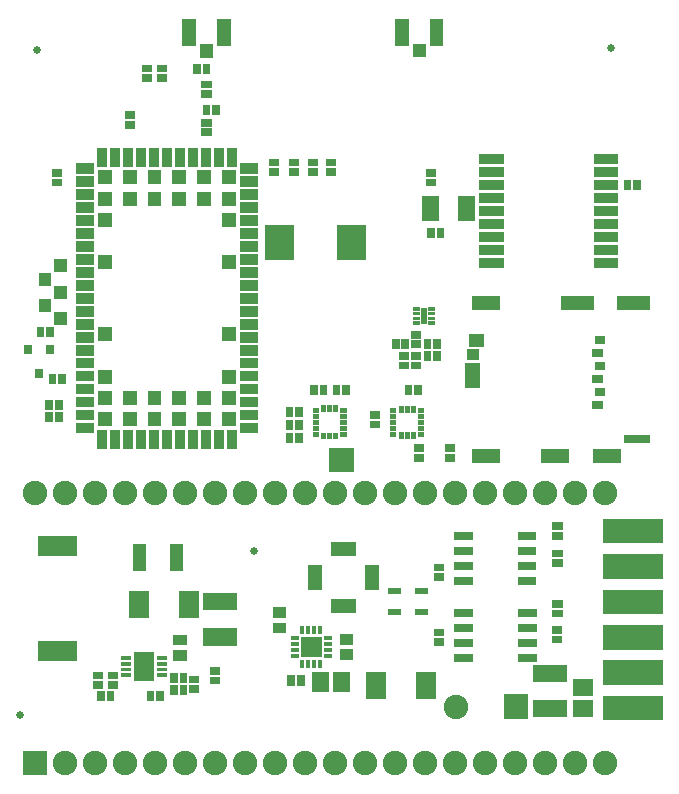
<source format=gbr>
G04 start of page 7 for group -4063 idx -4063 *
G04 Title: (unknown), componentmask *
G04 Creator: pcb 20140316 *
G04 CreationDate: Fri Aug 26 09:03:46 2016 UTC *
G04 For: clemi *
G04 Format: Gerber/RS-274X *
G04 PCB-Dimensions (mil): 6000.00 5000.00 *
G04 PCB-Coordinate-Origin: lower left *
%MOIN*%
%FSLAX25Y25*%
%LNTOPMASK*%
%ADD113R,0.0975X0.0975*%
%ADD112R,0.0443X0.0443*%
%ADD111R,0.0502X0.0502*%
%ADD110R,0.0168X0.0168*%
%ADD109R,0.0424X0.0424*%
%ADD108R,0.0086X0.0086*%
%ADD107R,0.0187X0.0187*%
%ADD106R,0.0109X0.0109*%
%ADD105R,0.0128X0.0128*%
%ADD104R,0.0463X0.0463*%
%ADD103R,0.0227X0.0227*%
%ADD102R,0.0355X0.0355*%
%ADD101R,0.0668X0.0668*%
%ADD100R,0.0683X0.0683*%
%ADD99R,0.0250X0.0250*%
%ADD98R,0.0132X0.0132*%
%ADD97R,0.0345X0.0345*%
%ADD96R,0.0660X0.0660*%
%ADD95R,0.0817X0.0817*%
%ADD94R,0.0572X0.0572*%
%ADD93R,0.0257X0.0257*%
%ADD92R,0.0266X0.0266*%
%ADD91C,0.0260*%
%ADD90C,0.0067*%
%ADD89C,0.0107*%
%ADD88C,0.0127*%
%ADD87C,0.0001*%
%ADD86C,0.0132*%
%ADD85C,0.0148*%
%ADD84C,0.0817*%
G54D84*X443661Y127441D03*
X453661D03*
X463661D03*
X473661D03*
X483661D03*
G54D85*X458015Y168406D03*
X455652Y166043D03*
X453290Y168406D03*
Y163681D03*
X458015D03*
G54D86*X400000Y159528D03*
X397835Y162874D03*
Y156181D03*
X402165Y162874D03*
Y156181D03*
G54D84*X393661Y127441D03*
X403661D03*
X413661D03*
X423661D03*
G54D87*G36*
X359574Y131528D02*Y123354D01*
X367748D01*
Y131528D01*
X359574D01*
G37*
G54D84*X373661Y127441D03*
X383661D03*
X433661D03*
X493661D03*
X503661D03*
X513661D03*
X523661D03*
X533661D03*
X543661D03*
X553661D03*
Y217441D03*
X543661D03*
G54D87*G36*
X519862Y150300D02*Y142126D01*
X528036D01*
Y150300D01*
X519862D01*
G37*
G54D84*X503870Y146213D03*
G54D88*X493307Y276378D03*
G54D89*Y274606D03*
G54D90*Y278150D03*
G54D84*X533661Y217441D03*
X523661D03*
X513661D03*
X503661D03*
X493661D03*
X483661D03*
X473661D03*
X463661D03*
X453661D03*
X443661D03*
X433661D03*
X423661D03*
X413661D03*
X403661D03*
X393661D03*
X383661D03*
X373661D03*
X363661D03*
G54D91*X555512Y365748D03*
X358661Y143307D03*
X436614Y198031D03*
X364173Y364961D03*
G54D92*X526031Y162303D02*X529575D01*
X526031Y167303D02*X529575D01*
X526031Y172303D02*X529575D01*
G54D93*X537288Y171704D02*X538074D01*
X537288Y168556D02*X538074D01*
G54D94*X532465Y157287D02*X537975D01*
G54D93*X537402Y177165D02*X538188D01*
X537402Y180313D02*X538188D01*
G54D92*X526031Y177303D02*X529575D01*
G54D95*X557043Y145657D02*X568854D01*
X557043Y157469D02*X568854D01*
X557043Y169280D02*X568854D01*
X557043Y181091D02*X568854D01*
G54D94*X545957Y152633D02*X546743D01*
X545957Y145547D02*X546743D01*
X532465Y145477D02*X537975D01*
G54D93*X537402Y206298D02*X538188D01*
G54D95*X557043Y204713D02*X568854D01*
G54D92*X525870Y188102D02*X529413D01*
X525870Y193102D02*X529413D01*
X525870Y198102D02*X529413D01*
G54D93*X537402Y203150D02*X538188D01*
X537402Y197243D02*X538188D01*
X537402Y194095D02*X538188D01*
G54D92*X525870Y203102D02*X529413D01*
G54D95*X557043Y192902D02*X568854D01*
G54D87*G36*
X369929Y295426D02*Y291189D01*
X374166D01*
Y295426D01*
X369929D01*
G37*
G36*
X364811Y290701D02*Y286464D01*
X369048D01*
Y290701D01*
X364811D01*
G37*
G36*
X369929Y286370D02*Y282133D01*
X374166D01*
Y286370D01*
X369929D01*
G37*
G54D93*X365473Y271418D02*Y270632D01*
X368621Y271418D02*Y270632D01*
G54D87*G36*
X364811Y282040D02*Y277803D01*
X369048D01*
Y282040D01*
X364811D01*
G37*
G36*
X369929Y277709D02*Y273472D01*
X374166D01*
Y277709D01*
X369929D01*
G37*
G54D93*X371523Y247106D02*Y246320D01*
X368375Y247106D02*Y246320D01*
Y243106D02*Y242320D01*
X371523Y243106D02*Y242320D01*
G54D96*X368059Y164661D02*X374358D01*
X368059Y199701D02*X374358D01*
G54D92*X361240Y265346D02*Y264953D01*
X368720Y265346D02*Y264953D01*
X364980Y257472D02*Y257079D01*
G54D93*X372574Y255645D02*Y254859D01*
X369426Y255645D02*Y254859D01*
G54D97*X378878Y295252D02*X381634D01*
X378878Y290921D02*X381634D01*
X378878Y286591D02*X381634D01*
X378878Y282260D02*X381634D01*
X378878Y277929D02*X381634D01*
X378878Y273598D02*X381634D01*
X378878Y269268D02*X381634D01*
X378878Y264937D02*X381634D01*
G54D87*G36*
X384633Y296583D02*Y291952D01*
X389264D01*
Y296583D01*
X384633D01*
G37*
G36*
Y272567D02*Y267937D01*
X389264D01*
Y272567D01*
X384633D01*
G37*
G54D97*X378878Y260606D02*X381634D01*
X378878Y256276D02*X381634D01*
G54D87*G36*
X384633Y258394D02*Y253763D01*
X389264D01*
Y258394D01*
X384633D01*
G37*
G54D97*X378878Y251945D02*X381634D01*
X378878Y247614D02*X381634D01*
X378878Y243283D02*X381634D01*
G54D87*G36*
X384633Y244221D02*Y239590D01*
X389264D01*
Y244221D01*
X384633D01*
G37*
G36*
Y251307D02*Y246677D01*
X389264D01*
Y251307D01*
X384633D01*
G37*
G36*
X392901D02*Y246677D01*
X397532D01*
Y251307D01*
X392901D01*
G37*
G36*
X401169D02*Y246677D01*
X405800D01*
Y251307D01*
X401169D01*
G37*
G36*
X409437D02*Y246677D01*
X414067D01*
Y251307D01*
X409437D01*
G37*
G36*
X417704D02*Y246677D01*
X422335D01*
Y251307D01*
X417704D01*
G37*
G54D97*X378878Y238953D02*X381634D01*
X385965Y236591D02*Y233835D01*
X390295Y236591D02*Y233835D01*
X394626Y236591D02*Y233835D01*
X398957Y236591D02*Y233835D01*
X403287Y236591D02*Y233835D01*
X407618Y236591D02*Y233835D01*
X411949Y236591D02*Y233835D01*
X416280Y236591D02*Y233835D01*
X420610Y236591D02*Y233835D01*
X424941Y236591D02*Y233835D01*
X429272Y236591D02*Y233835D01*
G54D87*G36*
X392901Y244221D02*Y239590D01*
X397532D01*
Y244221D01*
X392901D01*
G37*
G36*
X401169D02*Y239590D01*
X405800D01*
Y244221D01*
X401169D01*
G37*
G36*
X409437D02*Y239590D01*
X414067D01*
Y244221D01*
X409437D01*
G37*
G36*
X417704D02*Y239590D01*
X422335D01*
Y244221D01*
X417704D01*
G37*
G54D93*X389304Y156570D02*X390090D01*
X389304Y153422D02*X390090D01*
X384383Y156570D02*X385169D01*
X384383Y153422D02*X385169D01*
X385702Y150062D02*Y149276D01*
X388850Y150062D02*Y149276D01*
G54D98*X393110Y162480D02*X395079D01*
X393110Y160512D02*X395079D01*
X393110Y158543D02*X395079D01*
X393110Y156575D02*X395079D01*
G54D99*X398327Y162343D02*Y161397D01*
Y157658D02*Y156712D01*
X401673Y162343D02*Y161397D01*
Y157658D02*Y156712D01*
G54D98*X404921Y156575D02*X406890D01*
X404921Y158543D02*X406890D01*
X404921Y160512D02*X406890D01*
X404921Y162480D02*X406890D01*
G54D100*X400000Y160866D02*Y158189D01*
G54D93*X498032Y189371D02*X498818D01*
X498032Y192519D02*X498818D01*
G54D92*X504772Y177303D02*X508315D01*
X504610Y193102D02*X508154D01*
X504610Y188102D02*X508154D01*
X504772Y172303D02*X508315D01*
G54D93*X498032Y170865D02*X498818D01*
G54D92*X504772Y162303D02*X508315D01*
G54D101*X494063Y154315D02*Y152110D01*
G54D92*X504610Y203102D02*X508154D01*
X504610Y198102D02*X508154D01*
X504772Y167303D02*X508315D01*
G54D93*X498032Y167717D02*X498818D01*
G54D102*X466971Y168602D02*X467955D01*
G54D103*X491394Y184713D02*X493362D01*
X482535D02*X484504D01*
X491394Y177713D02*X493362D01*
X482535D02*X484504D01*
G54D104*X475949Y190984D02*Y187441D01*
X464728Y198661D02*X468272D01*
X464728Y179764D02*X468272D01*
G54D101*X477449Y154315D02*Y152110D01*
G54D102*X466971Y163484D02*X467955D01*
G54D94*X458736Y154783D02*Y153997D01*
X465822Y154783D02*Y153997D01*
G54D105*X456637Y161220D02*Y159843D01*
X458605Y161220D02*Y159843D01*
X460475Y163091D02*X461853D01*
X460475Y165059D02*X461853D01*
X460475Y167028D02*X461853D01*
G54D87*G36*
X455993Y165703D02*Y163037D01*
X458659D01*
Y165703D01*
X455993D01*
G37*
G54D93*X452230Y155267D02*Y154481D01*
X449082Y155267D02*Y154481D01*
G54D105*X452700Y161220D02*Y159843D01*
X454668Y161220D02*Y159843D01*
X458605Y172244D02*Y170866D01*
G54D104*X457051Y190984D02*Y187441D01*
G54D102*X444578Y177503D02*X445562D01*
X444578Y172385D02*X445562D01*
G54D105*X456637Y172244D02*Y170866D01*
X454668Y172244D02*Y170866D01*
X452700Y172244D02*Y170866D01*
X449452Y168996D02*X450830D01*
X449452Y167028D02*X450830D01*
X449452Y165059D02*X450830D01*
X449452Y163091D02*X450830D01*
X460475Y168996D02*X461853D01*
G54D87*G36*
X452156Y169540D02*Y162547D01*
X459149D01*
Y169540D01*
X452156D01*
G37*
G36*
X455993Y169050D02*Y166384D01*
X458659D01*
Y169050D01*
X455993D01*
G37*
G36*
X452646D02*Y166384D01*
X455312D01*
Y169050D01*
X452646D01*
G37*
G36*
Y165703D02*Y163037D01*
X455312D01*
Y165703D01*
X452646D01*
G37*
G54D106*X495177Y274016D02*X496358D01*
X490256D02*X491437D01*
X495177Y275591D02*X496358D01*
X495177Y277165D02*X496358D01*
X495177Y278740D02*X496358D01*
X490256D02*X491437D01*
X490256Y277165D02*X491437D01*
X490256Y275591D02*X491437D01*
G54D107*X493307Y277953D02*Y274803D01*
G54D108*X493701Y275754D02*Y274640D01*
Y278116D02*Y277002D01*
X492913Y275754D02*Y274640D01*
Y278116D02*Y277002D01*
G54D94*X422588Y181196D02*X428098D01*
X422588Y169386D02*X428098D01*
G54D102*X411465Y168402D02*X412449D01*
G54D101*X414949Y181315D02*Y179110D01*
G54D102*X411465Y163284D02*X412449D01*
G54D109*X410776Y198323D02*Y193598D01*
G54D93*X416091Y152064D02*X416877D01*
X409989Y152062D02*Y151276D01*
X413137Y152062D02*Y151276D01*
X416091Y155212D02*X416877D01*
X409989Y155999D02*Y155213D01*
X413137Y155999D02*Y155213D01*
X423201Y158023D02*X423987D01*
X423201Y154875D02*X423987D01*
X402115Y150093D02*Y149307D01*
X405263Y150093D02*Y149307D01*
G54D109*X398571Y198323D02*Y193598D01*
G54D101*X398335Y181315D02*Y179110D01*
G54D93*X491339Y232283D02*X492125D01*
X491339Y229135D02*X492125D01*
X501544Y229130D02*X502330D01*
X501544Y232278D02*X502330D01*
G54D104*X511594Y229811D02*X516319D01*
X534626D02*X539350D01*
X551949D02*X556673D01*
G54D92*X561280Y235480D02*X567185D01*
X550768Y246720D02*X551555D01*
Y251051D02*X552343D01*
X550768Y255382D02*X551555D01*
Y259713D02*X552343D01*
X550768Y264043D02*X551555D01*
Y268374D02*X552343D01*
G54D110*X456988Y244882D02*X457382D01*
X463780Y245768D02*Y245374D01*
X461811Y245768D02*Y245374D01*
X459843Y245768D02*Y245374D01*
X456988Y240945D02*X457382D01*
X466240D02*X466634D01*
X466240Y242913D02*X466634D01*
G54D93*X476493Y240261D02*X477279D01*
X476493Y243409D02*X477279D01*
G54D110*X466240Y244882D02*X466634D01*
G54D93*X464174Y251968D02*Y251182D01*
X467322Y251968D02*Y251182D01*
X459842Y251968D02*Y251182D01*
X456694Y251968D02*Y251182D01*
X483859Y267322D02*Y266536D01*
G54D110*X482890Y244787D02*X483283D01*
X482890Y242819D02*X483283D01*
X482890Y240850D02*X483283D01*
X482890Y238882D02*X483283D01*
X482890Y236913D02*X483283D01*
X492142D02*X492535D01*
X485744Y236717D02*Y236323D01*
X487713Y236717D02*Y236323D01*
X489681Y236717D02*Y236323D01*
X492142Y238882D02*X492535D01*
X492142Y240850D02*X492535D01*
X492142Y242819D02*X492535D01*
G54D109*X510492Y268315D02*X511280D01*
G54D97*X509232Y263591D02*X510020D01*
G54D111*X509429Y258079D02*Y254929D01*
G54D110*X492142Y244787D02*X492535D01*
X489681Y245378D02*Y244984D01*
X487713Y245378D02*Y244984D01*
X485744Y245378D02*Y244984D01*
G54D93*X488106Y252070D02*Y251284D01*
X491254Y252070D02*Y251284D01*
G54D110*X456988Y242913D02*X457382D01*
G54D93*X451574Y244881D02*Y244095D01*
X448426Y244881D02*Y244095D01*
G54D110*X456988Y238976D02*X457382D01*
G54D93*X451574Y240550D02*Y239764D01*
X448426Y240550D02*Y239764D01*
X451574Y236220D02*Y235434D01*
X448426Y236220D02*Y235434D01*
G54D110*X456988Y237008D02*X457382D01*
X466240D02*X466634D01*
X466240Y238976D02*X466634D01*
X459843Y236516D02*Y236122D01*
X461811Y236516D02*Y236122D01*
X463780Y236516D02*Y236122D01*
G54D87*G36*
X461661Y232433D02*Y224259D01*
X469835D01*
Y232433D01*
X461661D01*
G37*
G54D97*X551575Y294094D02*X556299D01*
X551575Y298425D02*X556299D01*
X551575Y302756D02*X556299D01*
G54D107*X551575Y294094D02*X556299D01*
X551575Y298425D02*X556299D01*
X551575Y302756D02*X556299D01*
G54D97*X551575Y320079D02*X556299D01*
G54D107*X551575D02*X556299D01*
G54D97*X551575Y324409D02*X556299D01*
G54D107*X551575D02*X556299D01*
G54D97*X551575Y328740D02*X556299D01*
G54D107*X551575D02*X556299D01*
G54D97*X551575Y307087D02*X556299D01*
X551575Y311417D02*X556299D01*
X551575Y315748D02*X556299D01*
G54D107*X551575Y307087D02*X556299D01*
X551575Y311417D02*X556299D01*
X551575Y315748D02*X556299D01*
G54D93*X561103Y320472D02*Y319686D01*
X564251Y320472D02*Y319686D01*
X498818Y304330D02*Y303544D01*
G54D94*X495552Y313386D02*Y311024D01*
G54D93*X495276Y324015D02*X496062D01*
X495276Y320867D02*X496062D01*
G54D94*X507362Y313386D02*Y311024D01*
G54D97*X513386Y328740D02*X518110D01*
X513386Y324409D02*X518110D01*
X513386Y320079D02*X518110D01*
G54D107*X513386Y328740D02*X518110D01*
X513386Y324409D02*X518110D01*
X513386Y320079D02*X518110D01*
G54D97*X513386Y302756D02*X518110D01*
X513386Y298425D02*X518110D01*
X513386Y294094D02*X518110D01*
G54D107*X513386Y302756D02*X518110D01*
X513386Y298425D02*X518110D01*
X513386Y294094D02*X518110D01*
G54D97*X513386Y315748D02*X518110D01*
X513386Y311417D02*X518110D01*
X513386Y307087D02*X518110D01*
G54D107*X513386Y315748D02*X518110D01*
X513386Y311417D02*X518110D01*
X513386Y307087D02*X518110D01*
G54D109*X491732Y364961D02*Y364764D01*
G54D112*X485925Y373130D02*Y368602D01*
X497539Y373130D02*Y368602D01*
G54D104*X559902Y280598D02*X566201D01*
X541398D02*X547697D01*
X511594D02*X516319D01*
G54D93*X490158Y262991D02*X490944D01*
X490158Y259843D02*X490944D01*
X494489Y267322D02*Y266536D01*
Y263385D02*Y262599D01*
X490158Y266930D02*X490944D01*
X490158Y270078D02*X490944D01*
X497637Y267322D02*Y266536D01*
Y263385D02*Y262599D01*
X495670Y304330D02*Y303544D01*
X487007Y267322D02*Y266536D01*
X486221Y262991D02*X487007D01*
X486221Y259843D02*X487007D01*
X455906Y324410D02*X456692D01*
G54D113*X469094Y301772D02*Y299803D01*
G54D93*X461812Y324410D02*X462598D01*
G54D113*X445079Y301772D02*Y299803D01*
G54D97*X433602Y299583D02*X436358D01*
X433602Y303913D02*X436358D01*
X433602Y321236D02*X436358D01*
G54D87*G36*
X425972Y296583D02*Y291952D01*
X430603D01*
Y296583D01*
X425972D01*
G37*
G54D97*X433602Y264937D02*X436358D01*
X433602Y269268D02*X436358D01*
X433602Y273598D02*X436358D01*
X433602Y277929D02*X436358D01*
X433602Y282260D02*X436358D01*
X433602Y286591D02*X436358D01*
X433602Y290921D02*X436358D01*
X433602Y295252D02*X436358D01*
G54D93*X455906Y327558D02*X456692D01*
X449607Y324409D02*X450393D01*
X449607Y327557D02*X450393D01*
X442914D02*X443700D01*
X461812Y327558D02*X462598D01*
X442914Y324409D02*X443700D01*
G54D97*X433602Y308244D02*X436358D01*
X433602Y312575D02*X436358D01*
X433602Y316906D02*X436358D01*
X433602Y325567D02*X436358D01*
G54D93*X420414Y337595D02*X421200D01*
X420414Y340743D02*X421200D01*
X423955Y345468D02*Y344682D01*
G54D97*X429272Y330685D02*Y327929D01*
X424941Y330685D02*Y327929D01*
X420610Y330685D02*Y327929D01*
G54D87*G36*
X425972Y324930D02*Y320299D01*
X430603D01*
Y324930D01*
X425972D01*
G37*
G36*
Y317843D02*Y313212D01*
X430603D01*
Y317843D01*
X425972D01*
G37*
G36*
Y310756D02*Y306126D01*
X430603D01*
Y310756D01*
X425972D01*
G37*
G54D97*X433602Y238953D02*X436358D01*
X433602Y243283D02*X436358D01*
G54D87*G36*
X425972Y244221D02*Y239590D01*
X430603D01*
Y244221D01*
X425972D01*
G37*
G54D97*X433602Y260606D02*X436358D01*
X433602Y247614D02*X436358D01*
X433602Y251945D02*X436358D01*
X433602Y256276D02*X436358D01*
G54D87*G36*
X425972Y251307D02*Y246677D01*
X430603D01*
Y251307D01*
X425972D01*
G37*
G36*
Y258394D02*Y253763D01*
X430603D01*
Y258394D01*
X425972D01*
G37*
G36*
Y272567D02*Y267937D01*
X430603D01*
Y272567D01*
X425972D01*
G37*
G54D93*X400729Y358854D02*X401515D01*
X400729Y355706D02*X401515D01*
X394824Y340154D02*X395610D01*
X394824Y343302D02*X395610D01*
X405650Y358854D02*X406436D01*
X417659Y359247D02*Y358461D01*
X420807Y359247D02*Y358461D01*
G54D109*X420807Y364858D02*Y364661D01*
G54D112*X415000Y373028D02*Y368500D01*
X426614Y373028D02*Y368500D01*
G54D93*X405650Y355706D02*X406436D01*
X420807Y345468D02*Y344682D01*
X420414Y350391D02*X421200D01*
X420414Y353539D02*X421200D01*
G54D97*X378878Y325567D02*X381634D01*
X378878Y321236D02*X381634D01*
X378878Y316906D02*X381634D01*
X378878Y312575D02*X381634D01*
G54D93*X370473Y320867D02*X371259D01*
X370473Y324015D02*X371259D01*
G54D97*X378878Y308244D02*X381634D01*
X378878Y303913D02*X381634D01*
X378878Y299583D02*X381634D01*
X385965Y330685D02*Y327929D01*
G54D87*G36*
X384633Y324930D02*Y320299D01*
X389264D01*
Y324930D01*
X384633D01*
G37*
G36*
Y317843D02*Y313212D01*
X389264D01*
Y317843D01*
X384633D01*
G37*
G36*
Y310756D02*Y306126D01*
X389264D01*
Y310756D01*
X384633D01*
G37*
G54D97*X416280Y330685D02*Y327929D01*
X411949Y330685D02*Y327929D01*
X407618Y330685D02*Y327929D01*
G54D87*G36*
X409437Y324930D02*Y320299D01*
X414067D01*
Y324930D01*
X409437D01*
G37*
G36*
X417704D02*Y320299D01*
X422335D01*
Y324930D01*
X417704D01*
G37*
G36*
X409437Y317843D02*Y313212D01*
X414067D01*
Y317843D01*
X409437D01*
G37*
G36*
X417704D02*Y313212D01*
X422335D01*
Y317843D01*
X417704D01*
G37*
G54D97*X403287Y330685D02*Y327929D01*
X398957Y330685D02*Y327929D01*
X394626Y330685D02*Y327929D01*
X390295Y330685D02*Y327929D01*
G54D87*G36*
X401169Y324930D02*Y320299D01*
X405800D01*
Y324930D01*
X401169D01*
G37*
G36*
X392901D02*Y320299D01*
X397532D01*
Y324930D01*
X392901D01*
G37*
G36*
Y317843D02*Y313212D01*
X397532D01*
Y317843D01*
X392901D01*
G37*
G36*
X401169D02*Y313212D01*
X405800D01*
Y317843D01*
X401169D01*
G37*
M02*

</source>
